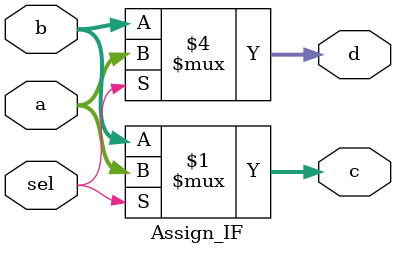
<source format=sv>
`timescale 1ns / 1ps

module Assign_IF(a,b,sel,c,d);

    input  wire[1:0] a;
    input  wire[1:0] b;
    input  wire sel;
    
    output wire[1:0] c;
    output reg [1:0] d;
    
    assign c = sel ? a : b;
    
    always@(*)
        begin
            if(sel)
                d <= a;
            else 
                d <= b;
        end
        
endmodule

</source>
